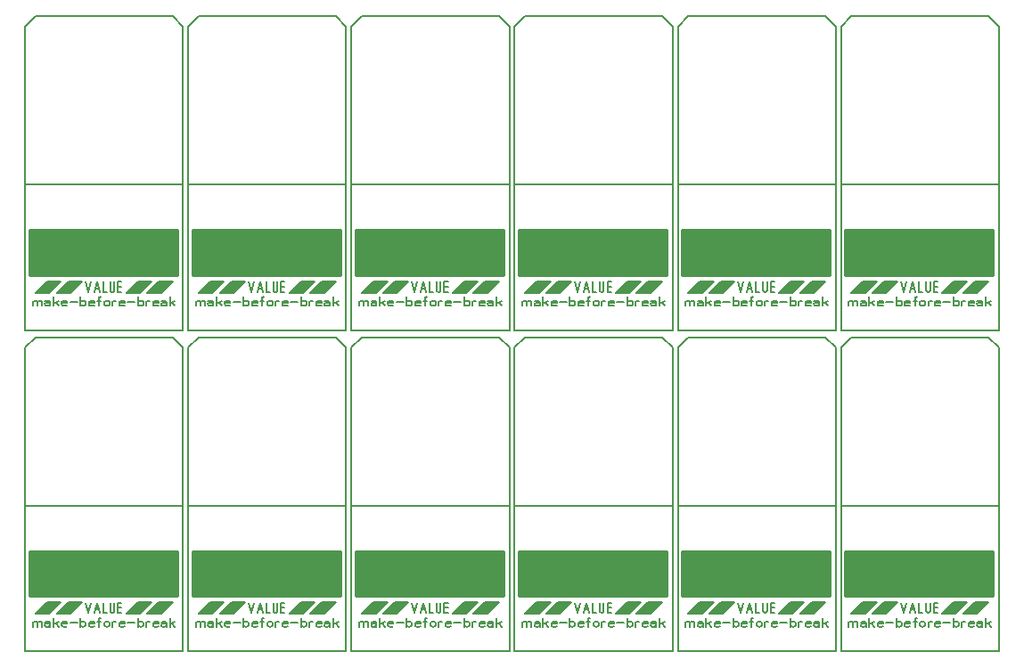
<source format=gbr>
%FSLAX34Y34*%
%MOMM*%
%LNSILK_TOP*%
G71*
G01*
%ADD10C, 0.150*%
%ADD11C, 0.175*%
%ADD12C, 0.300*%
%ADD13C, 0.151*%
%LPD*%
G54D10*
X159000Y-169000D02*
X9000Y-169000D01*
G54D11*
X66319Y-261278D02*
X68764Y-271056D01*
X71208Y-261278D01*
G54D11*
X74630Y-271056D02*
X77074Y-261278D01*
X79519Y-271056D01*
G54D11*
X75608Y-267389D02*
X78541Y-267389D01*
G54D11*
X82941Y-261278D02*
X82941Y-271056D01*
X86363Y-271056D01*
G54D11*
X89785Y-261278D02*
X89785Y-269222D01*
X90274Y-270444D01*
X91252Y-271056D01*
X92230Y-271056D01*
X93207Y-270444D01*
X93696Y-269222D01*
X93696Y-261278D01*
G54D11*
X100540Y-271056D02*
X97118Y-271056D01*
X97118Y-261278D01*
X100540Y-261278D01*
G54D11*
X97118Y-266167D02*
X100540Y-266167D01*
G36*
X13669Y-212919D02*
X153669Y-212919D01*
X153669Y-254919D01*
X13669Y-254919D01*
X13669Y-212919D01*
G37*
G54D12*
X13669Y-212919D02*
X153669Y-212919D01*
X153669Y-254919D01*
X13669Y-254919D01*
X13669Y-212919D01*
G54D10*
X9000Y-19000D02*
X19000Y-9000D01*
X149000Y-9000D01*
X159000Y-19000D01*
X159000Y-307500D01*
X9000Y-307500D01*
X9000Y-19000D01*
G36*
X63000Y-261000D02*
X52000Y-272000D01*
X39000Y-272000D01*
X50000Y-261000D01*
X63000Y-261000D01*
G37*
G54D10*
X63000Y-261000D02*
X52000Y-272000D01*
X39000Y-272000D01*
X50000Y-261000D01*
X63000Y-261000D01*
G36*
X43000Y-261000D02*
X32000Y-272000D01*
X19000Y-272000D01*
X30000Y-261000D01*
X43000Y-261000D01*
G37*
G54D10*
X43000Y-261000D02*
X32000Y-272000D01*
X19000Y-272000D01*
X30000Y-261000D01*
X43000Y-261000D01*
G36*
X129000Y-261000D02*
X118000Y-272000D01*
X105000Y-272000D01*
X116000Y-261000D01*
X129000Y-261000D01*
G37*
G54D10*
X129000Y-261000D02*
X118000Y-272000D01*
X105000Y-272000D01*
X116000Y-261000D01*
X129000Y-261000D01*
G36*
X149000Y-261000D02*
X138000Y-272000D01*
X125000Y-272000D01*
X136000Y-261000D01*
X149000Y-261000D01*
G37*
G54D10*
X149000Y-261000D02*
X138000Y-272000D01*
X125000Y-272000D01*
X136000Y-261000D01*
X149000Y-261000D01*
G54D13*
X16319Y-284056D02*
X16319Y-279306D01*
G54D13*
X16319Y-280150D02*
X18008Y-279306D01*
X19697Y-279622D01*
X20541Y-280361D01*
X20541Y-284056D01*
G54D13*
X20541Y-280150D02*
X22230Y-279306D01*
X23919Y-279622D01*
X24764Y-280361D01*
X24764Y-284056D01*
G54D13*
X27719Y-279833D02*
X29408Y-279306D01*
X31434Y-279306D01*
X32786Y-280361D01*
X32786Y-284056D01*
G54D13*
X32786Y-282472D02*
X31941Y-281417D01*
X30252Y-281206D01*
X28564Y-281417D01*
X27719Y-282472D01*
X28057Y-283528D01*
X29408Y-284056D01*
X30252Y-284056D01*
X30590Y-284056D01*
X31941Y-283528D01*
X32786Y-282472D01*
G54D13*
X35742Y-284056D02*
X35742Y-275611D01*
G54D13*
X38275Y-280889D02*
X40809Y-284056D01*
G54D13*
X35742Y-281944D02*
X40809Y-279306D01*
G54D13*
X48832Y-283528D02*
X47480Y-284056D01*
X45792Y-284056D01*
X44103Y-283528D01*
X43765Y-282472D01*
X43765Y-280678D01*
X44610Y-279622D01*
X46298Y-279306D01*
X47987Y-279622D01*
X48832Y-280361D01*
X48832Y-281417D01*
X43765Y-281417D01*
G54D13*
X51788Y-280361D02*
X58544Y-280361D01*
G54D13*
X61500Y-284056D02*
X61500Y-275611D01*
G54D13*
X61500Y-280678D02*
X62344Y-279622D01*
X64033Y-279306D01*
X65722Y-279622D01*
X66567Y-280678D01*
X66567Y-282789D01*
X65722Y-283844D01*
X64033Y-284056D01*
X62344Y-283844D01*
X61500Y-282789D01*
G54D13*
X74590Y-283528D02*
X73238Y-284056D01*
X71550Y-284056D01*
X69861Y-283528D01*
X69523Y-282472D01*
X69523Y-280678D01*
X70368Y-279622D01*
X72056Y-279306D01*
X73745Y-279622D01*
X74590Y-280361D01*
X74590Y-281417D01*
X69523Y-281417D01*
G54D13*
X79235Y-284056D02*
X79235Y-276139D01*
X80079Y-275611D01*
X80924Y-275928D01*
G54D13*
X77546Y-279306D02*
X80924Y-279306D01*
G54D13*
X88947Y-282789D02*
X88947Y-280678D01*
X88102Y-279622D01*
X86413Y-279306D01*
X84724Y-279622D01*
X83880Y-280678D01*
X83880Y-282789D01*
X84724Y-283844D01*
X86413Y-284056D01*
X88102Y-283844D01*
X88947Y-282789D01*
G54D13*
X91903Y-284056D02*
X91903Y-279306D01*
G54D13*
X91903Y-280361D02*
X93592Y-279306D01*
X95281Y-279306D01*
G54D13*
X103304Y-283528D02*
X101952Y-284056D01*
X100264Y-284056D01*
X98575Y-283528D01*
X98237Y-282472D01*
X98237Y-280678D01*
X99082Y-279622D01*
X100770Y-279306D01*
X102459Y-279622D01*
X103304Y-280361D01*
X103304Y-281417D01*
X98237Y-281417D01*
G54D13*
X106260Y-280361D02*
X113016Y-280361D01*
G54D13*
X115972Y-284056D02*
X115972Y-275611D01*
G54D13*
X115972Y-280678D02*
X116816Y-279622D01*
X118505Y-279306D01*
X120194Y-279622D01*
X121039Y-280678D01*
X121039Y-282789D01*
X120194Y-283844D01*
X118505Y-284056D01*
X116816Y-283844D01*
X115972Y-282789D01*
G54D13*
X123995Y-284056D02*
X123995Y-279306D01*
G54D13*
X123995Y-280361D02*
X125684Y-279306D01*
X127373Y-279306D01*
G54D13*
X135396Y-283528D02*
X134044Y-284056D01*
X132356Y-284056D01*
X130667Y-283528D01*
X130329Y-282472D01*
X130329Y-280678D01*
X131173Y-279622D01*
X132862Y-279306D01*
X134551Y-279622D01*
X135396Y-280361D01*
X135396Y-281417D01*
X130329Y-281417D01*
G54D13*
X138352Y-279833D02*
X140041Y-279306D01*
X142068Y-279306D01*
X143419Y-280361D01*
X143419Y-284056D01*
G54D13*
X143419Y-282472D02*
X142574Y-281417D01*
X140885Y-281206D01*
X139196Y-281417D01*
X138352Y-282472D01*
X138690Y-283528D01*
X140041Y-284056D01*
X140885Y-284056D01*
X141223Y-284056D01*
X142574Y-283528D01*
X143419Y-282472D01*
G54D13*
X146375Y-284056D02*
X146375Y-275611D01*
G54D13*
X148908Y-280889D02*
X151442Y-284056D01*
G54D13*
X146375Y-281944D02*
X151442Y-279306D01*
G54D10*
X314000Y-169000D02*
X164000Y-169000D01*
G54D11*
X221319Y-261278D02*
X223764Y-271056D01*
X226208Y-261278D01*
G54D11*
X229630Y-271056D02*
X232074Y-261278D01*
X234519Y-271056D01*
G54D11*
X230608Y-267389D02*
X233541Y-267389D01*
G54D11*
X237941Y-261278D02*
X237941Y-271056D01*
X241363Y-271056D01*
G54D11*
X244785Y-261278D02*
X244785Y-269222D01*
X245274Y-270444D01*
X246252Y-271056D01*
X247230Y-271056D01*
X248207Y-270444D01*
X248696Y-269222D01*
X248696Y-261278D01*
G54D11*
X255540Y-271056D02*
X252118Y-271056D01*
X252118Y-261278D01*
X255540Y-261278D01*
G54D11*
X252118Y-266167D02*
X255540Y-266167D01*
G36*
X168669Y-212919D02*
X308669Y-212919D01*
X308669Y-254919D01*
X168669Y-254919D01*
X168669Y-212919D01*
G37*
G54D12*
X168669Y-212919D02*
X308669Y-212919D01*
X308669Y-254919D01*
X168669Y-254919D01*
X168669Y-212919D01*
G54D10*
X164000Y-19000D02*
X174000Y-9000D01*
X304000Y-9000D01*
X314000Y-19000D01*
X314000Y-307500D01*
X164000Y-307500D01*
X164000Y-19000D01*
G36*
X218000Y-261000D02*
X207000Y-272000D01*
X194000Y-272000D01*
X205000Y-261000D01*
X218000Y-261000D01*
G37*
G54D10*
X218000Y-261000D02*
X207000Y-272000D01*
X194000Y-272000D01*
X205000Y-261000D01*
X218000Y-261000D01*
G36*
X198000Y-261000D02*
X187000Y-272000D01*
X174000Y-272000D01*
X185000Y-261000D01*
X198000Y-261000D01*
G37*
G54D10*
X198000Y-261000D02*
X187000Y-272000D01*
X174000Y-272000D01*
X185000Y-261000D01*
X198000Y-261000D01*
G36*
X284000Y-261000D02*
X273000Y-272000D01*
X260000Y-272000D01*
X271000Y-261000D01*
X284000Y-261000D01*
G37*
G54D10*
X284000Y-261000D02*
X273000Y-272000D01*
X260000Y-272000D01*
X271000Y-261000D01*
X284000Y-261000D01*
G36*
X304000Y-261000D02*
X293000Y-272000D01*
X280000Y-272000D01*
X291000Y-261000D01*
X304000Y-261000D01*
G37*
G54D10*
X304000Y-261000D02*
X293000Y-272000D01*
X280000Y-272000D01*
X291000Y-261000D01*
X304000Y-261000D01*
G54D13*
X171319Y-284056D02*
X171319Y-279306D01*
G54D13*
X171319Y-280150D02*
X173008Y-279306D01*
X174697Y-279622D01*
X175541Y-280361D01*
X175541Y-284056D01*
G54D13*
X175541Y-280150D02*
X177230Y-279306D01*
X178919Y-279622D01*
X179764Y-280361D01*
X179764Y-284056D01*
G54D13*
X182719Y-279833D02*
X184408Y-279306D01*
X186434Y-279306D01*
X187786Y-280361D01*
X187786Y-284056D01*
G54D13*
X187786Y-282472D02*
X186941Y-281417D01*
X185252Y-281206D01*
X183564Y-281417D01*
X182719Y-282472D01*
X183057Y-283528D01*
X184408Y-284056D01*
X185252Y-284056D01*
X185590Y-284056D01*
X186941Y-283528D01*
X187786Y-282472D01*
G54D13*
X190742Y-284056D02*
X190742Y-275611D01*
G54D13*
X193275Y-280889D02*
X195809Y-284056D01*
G54D13*
X190742Y-281944D02*
X195809Y-279306D01*
G54D13*
X203832Y-283528D02*
X202480Y-284056D01*
X200792Y-284056D01*
X199103Y-283528D01*
X198765Y-282472D01*
X198765Y-280678D01*
X199610Y-279622D01*
X201298Y-279306D01*
X202987Y-279622D01*
X203832Y-280361D01*
X203832Y-281417D01*
X198765Y-281417D01*
G54D13*
X206788Y-280361D02*
X213544Y-280361D01*
G54D13*
X216500Y-284056D02*
X216500Y-275611D01*
G54D13*
X216500Y-280678D02*
X217344Y-279622D01*
X219033Y-279306D01*
X220722Y-279622D01*
X221567Y-280678D01*
X221567Y-282789D01*
X220722Y-283844D01*
X219033Y-284056D01*
X217344Y-283844D01*
X216500Y-282789D01*
G54D13*
X229590Y-283528D02*
X228238Y-284056D01*
X226550Y-284056D01*
X224861Y-283528D01*
X224523Y-282472D01*
X224523Y-280678D01*
X225368Y-279622D01*
X227056Y-279306D01*
X228745Y-279622D01*
X229590Y-280361D01*
X229590Y-281417D01*
X224523Y-281417D01*
G54D13*
X234235Y-284056D02*
X234235Y-276139D01*
X235079Y-275611D01*
X235924Y-275928D01*
G54D13*
X232546Y-279306D02*
X235924Y-279306D01*
G54D13*
X243947Y-282789D02*
X243947Y-280678D01*
X243102Y-279622D01*
X241413Y-279306D01*
X239724Y-279622D01*
X238880Y-280678D01*
X238880Y-282789D01*
X239724Y-283844D01*
X241413Y-284056D01*
X243102Y-283844D01*
X243947Y-282789D01*
G54D13*
X246903Y-284056D02*
X246903Y-279306D01*
G54D13*
X246903Y-280361D02*
X248592Y-279306D01*
X250281Y-279306D01*
G54D13*
X258304Y-283528D02*
X256952Y-284056D01*
X255264Y-284056D01*
X253575Y-283528D01*
X253237Y-282472D01*
X253237Y-280678D01*
X254082Y-279622D01*
X255770Y-279306D01*
X257459Y-279622D01*
X258304Y-280361D01*
X258304Y-281417D01*
X253237Y-281417D01*
G54D13*
X261260Y-280361D02*
X268016Y-280361D01*
G54D13*
X270972Y-284056D02*
X270972Y-275611D01*
G54D13*
X270972Y-280678D02*
X271816Y-279622D01*
X273505Y-279306D01*
X275194Y-279622D01*
X276039Y-280678D01*
X276039Y-282789D01*
X275194Y-283844D01*
X273505Y-284056D01*
X271816Y-283844D01*
X270972Y-282789D01*
G54D13*
X278995Y-284056D02*
X278995Y-279306D01*
G54D13*
X278995Y-280361D02*
X280684Y-279306D01*
X282373Y-279306D01*
G54D13*
X290396Y-283528D02*
X289044Y-284056D01*
X287356Y-284056D01*
X285667Y-283528D01*
X285329Y-282472D01*
X285329Y-280678D01*
X286173Y-279622D01*
X287862Y-279306D01*
X289551Y-279622D01*
X290396Y-280361D01*
X290396Y-281417D01*
X285329Y-281417D01*
G54D13*
X293352Y-279833D02*
X295041Y-279306D01*
X297068Y-279306D01*
X298419Y-280361D01*
X298419Y-284056D01*
G54D13*
X298419Y-282472D02*
X297574Y-281417D01*
X295885Y-281206D01*
X294196Y-281417D01*
X293352Y-282472D01*
X293690Y-283528D01*
X295041Y-284056D01*
X295885Y-284056D01*
X296223Y-284056D01*
X297574Y-283528D01*
X298419Y-282472D01*
G54D13*
X301375Y-284056D02*
X301375Y-275611D01*
G54D13*
X303908Y-280889D02*
X306442Y-284056D01*
G54D13*
X301375Y-281944D02*
X306442Y-279306D01*
G54D10*
X469000Y-169000D02*
X319000Y-169000D01*
G54D11*
X376319Y-261278D02*
X378764Y-271056D01*
X381208Y-261278D01*
G54D11*
X384630Y-271056D02*
X387074Y-261278D01*
X389519Y-271056D01*
G54D11*
X385608Y-267389D02*
X388541Y-267389D01*
G54D11*
X392941Y-261278D02*
X392941Y-271056D01*
X396363Y-271056D01*
G54D11*
X399785Y-261278D02*
X399785Y-269222D01*
X400274Y-270444D01*
X401252Y-271056D01*
X402230Y-271056D01*
X403207Y-270444D01*
X403696Y-269222D01*
X403696Y-261278D01*
G54D11*
X410540Y-271056D02*
X407118Y-271056D01*
X407118Y-261278D01*
X410540Y-261278D01*
G54D11*
X407118Y-266167D02*
X410540Y-266167D01*
G36*
X323669Y-212919D02*
X463669Y-212919D01*
X463669Y-254919D01*
X323669Y-254919D01*
X323669Y-212919D01*
G37*
G54D12*
X323669Y-212919D02*
X463669Y-212919D01*
X463669Y-254919D01*
X323669Y-254919D01*
X323669Y-212919D01*
G54D10*
X319000Y-19000D02*
X329000Y-9000D01*
X459000Y-9000D01*
X469000Y-19000D01*
X469000Y-307500D01*
X319000Y-307500D01*
X319000Y-19000D01*
G36*
X373000Y-261000D02*
X362000Y-272000D01*
X349000Y-272000D01*
X360000Y-261000D01*
X373000Y-261000D01*
G37*
G54D10*
X373000Y-261000D02*
X362000Y-272000D01*
X349000Y-272000D01*
X360000Y-261000D01*
X373000Y-261000D01*
G36*
X353000Y-261000D02*
X342000Y-272000D01*
X329000Y-272000D01*
X340000Y-261000D01*
X353000Y-261000D01*
G37*
G54D10*
X353000Y-261000D02*
X342000Y-272000D01*
X329000Y-272000D01*
X340000Y-261000D01*
X353000Y-261000D01*
G36*
X439000Y-261000D02*
X428000Y-272000D01*
X415000Y-272000D01*
X426000Y-261000D01*
X439000Y-261000D01*
G37*
G54D10*
X439000Y-261000D02*
X428000Y-272000D01*
X415000Y-272000D01*
X426000Y-261000D01*
X439000Y-261000D01*
G36*
X459000Y-261000D02*
X448000Y-272000D01*
X435000Y-272000D01*
X446000Y-261000D01*
X459000Y-261000D01*
G37*
G54D10*
X459000Y-261000D02*
X448000Y-272000D01*
X435000Y-272000D01*
X446000Y-261000D01*
X459000Y-261000D01*
G54D13*
X326319Y-284056D02*
X326319Y-279306D01*
G54D13*
X326319Y-280150D02*
X328008Y-279306D01*
X329697Y-279622D01*
X330541Y-280361D01*
X330541Y-284056D01*
G54D13*
X330541Y-280150D02*
X332230Y-279306D01*
X333919Y-279622D01*
X334764Y-280361D01*
X334764Y-284056D01*
G54D13*
X337719Y-279833D02*
X339408Y-279306D01*
X341434Y-279306D01*
X342786Y-280361D01*
X342786Y-284056D01*
G54D13*
X342786Y-282472D02*
X341941Y-281417D01*
X340252Y-281206D01*
X338564Y-281417D01*
X337719Y-282472D01*
X338057Y-283528D01*
X339408Y-284056D01*
X340252Y-284056D01*
X340590Y-284056D01*
X341941Y-283528D01*
X342786Y-282472D01*
G54D13*
X345742Y-284056D02*
X345742Y-275611D01*
G54D13*
X348275Y-280889D02*
X350809Y-284056D01*
G54D13*
X345742Y-281944D02*
X350809Y-279306D01*
G54D13*
X358832Y-283528D02*
X357480Y-284056D01*
X355792Y-284056D01*
X354103Y-283528D01*
X353765Y-282472D01*
X353765Y-280678D01*
X354610Y-279622D01*
X356298Y-279306D01*
X357987Y-279622D01*
X358832Y-280361D01*
X358832Y-281417D01*
X353765Y-281417D01*
G54D13*
X361788Y-280361D02*
X368544Y-280361D01*
G54D13*
X371500Y-284056D02*
X371500Y-275611D01*
G54D13*
X371500Y-280678D02*
X372344Y-279622D01*
X374033Y-279306D01*
X375722Y-279622D01*
X376567Y-280678D01*
X376567Y-282789D01*
X375722Y-283844D01*
X374033Y-284056D01*
X372344Y-283844D01*
X371500Y-282789D01*
G54D13*
X384590Y-283528D02*
X383238Y-284056D01*
X381550Y-284056D01*
X379861Y-283528D01*
X379523Y-282472D01*
X379523Y-280678D01*
X380368Y-279622D01*
X382056Y-279306D01*
X383745Y-279622D01*
X384590Y-280361D01*
X384590Y-281417D01*
X379523Y-281417D01*
G54D13*
X389235Y-284056D02*
X389235Y-276139D01*
X390079Y-275611D01*
X390924Y-275928D01*
G54D13*
X387546Y-279306D02*
X390924Y-279306D01*
G54D13*
X398947Y-282789D02*
X398947Y-280678D01*
X398102Y-279622D01*
X396413Y-279306D01*
X394724Y-279622D01*
X393880Y-280678D01*
X393880Y-282789D01*
X394724Y-283844D01*
X396413Y-284056D01*
X398102Y-283844D01*
X398947Y-282789D01*
G54D13*
X401903Y-284056D02*
X401903Y-279306D01*
G54D13*
X401903Y-280361D02*
X403592Y-279306D01*
X405281Y-279306D01*
G54D13*
X413304Y-283528D02*
X411952Y-284056D01*
X410264Y-284056D01*
X408575Y-283528D01*
X408237Y-282472D01*
X408237Y-280678D01*
X409082Y-279622D01*
X410770Y-279306D01*
X412459Y-279622D01*
X413304Y-280361D01*
X413304Y-281417D01*
X408237Y-281417D01*
G54D13*
X416260Y-280361D02*
X423016Y-280361D01*
G54D13*
X425972Y-284056D02*
X425972Y-275611D01*
G54D13*
X425972Y-280678D02*
X426816Y-279622D01*
X428505Y-279306D01*
X430194Y-279622D01*
X431039Y-280678D01*
X431039Y-282789D01*
X430194Y-283844D01*
X428505Y-284056D01*
X426816Y-283844D01*
X425972Y-282789D01*
G54D13*
X433995Y-284056D02*
X433995Y-279306D01*
G54D13*
X433995Y-280361D02*
X435684Y-279306D01*
X437373Y-279306D01*
G54D13*
X445396Y-283528D02*
X444044Y-284056D01*
X442356Y-284056D01*
X440667Y-283528D01*
X440329Y-282472D01*
X440329Y-280678D01*
X441173Y-279622D01*
X442862Y-279306D01*
X444551Y-279622D01*
X445396Y-280361D01*
X445396Y-281417D01*
X440329Y-281417D01*
G54D13*
X448352Y-279833D02*
X450041Y-279306D01*
X452068Y-279306D01*
X453419Y-280361D01*
X453419Y-284056D01*
G54D13*
X453419Y-282472D02*
X452574Y-281417D01*
X450885Y-281206D01*
X449196Y-281417D01*
X448352Y-282472D01*
X448690Y-283528D01*
X450041Y-284056D01*
X450885Y-284056D01*
X451223Y-284056D01*
X452574Y-283528D01*
X453419Y-282472D01*
G54D13*
X456375Y-284056D02*
X456375Y-275611D01*
G54D13*
X458908Y-280889D02*
X461442Y-284056D01*
G54D13*
X456375Y-281944D02*
X461442Y-279306D01*
G54D10*
X624000Y-169000D02*
X474000Y-169000D01*
G54D11*
X531319Y-261278D02*
X533764Y-271056D01*
X536208Y-261278D01*
G54D11*
X539630Y-271056D02*
X542074Y-261278D01*
X544519Y-271056D01*
G54D11*
X540608Y-267389D02*
X543541Y-267389D01*
G54D11*
X547941Y-261278D02*
X547941Y-271056D01*
X551363Y-271056D01*
G54D11*
X554785Y-261278D02*
X554785Y-269222D01*
X555274Y-270444D01*
X556252Y-271056D01*
X557230Y-271056D01*
X558207Y-270444D01*
X558696Y-269222D01*
X558696Y-261278D01*
G54D11*
X565540Y-271056D02*
X562118Y-271056D01*
X562118Y-261278D01*
X565540Y-261278D01*
G54D11*
X562118Y-266167D02*
X565540Y-266167D01*
G36*
X478669Y-212919D02*
X618669Y-212919D01*
X618669Y-254919D01*
X478669Y-254919D01*
X478669Y-212919D01*
G37*
G54D12*
X478669Y-212919D02*
X618669Y-212919D01*
X618669Y-254919D01*
X478669Y-254919D01*
X478669Y-212919D01*
G54D10*
X474000Y-19000D02*
X484000Y-9000D01*
X614000Y-9000D01*
X624000Y-19000D01*
X624000Y-307500D01*
X474000Y-307500D01*
X474000Y-19000D01*
G36*
X528000Y-261000D02*
X517000Y-272000D01*
X504000Y-272000D01*
X515000Y-261000D01*
X528000Y-261000D01*
G37*
G54D10*
X528000Y-261000D02*
X517000Y-272000D01*
X504000Y-272000D01*
X515000Y-261000D01*
X528000Y-261000D01*
G36*
X508000Y-261000D02*
X497000Y-272000D01*
X484000Y-272000D01*
X495000Y-261000D01*
X508000Y-261000D01*
G37*
G54D10*
X508000Y-261000D02*
X497000Y-272000D01*
X484000Y-272000D01*
X495000Y-261000D01*
X508000Y-261000D01*
G36*
X594000Y-261000D02*
X583000Y-272000D01*
X570000Y-272000D01*
X581000Y-261000D01*
X594000Y-261000D01*
G37*
G54D10*
X594000Y-261000D02*
X583000Y-272000D01*
X570000Y-272000D01*
X581000Y-261000D01*
X594000Y-261000D01*
G36*
X614000Y-261000D02*
X603000Y-272000D01*
X590000Y-272000D01*
X601000Y-261000D01*
X614000Y-261000D01*
G37*
G54D10*
X614000Y-261000D02*
X603000Y-272000D01*
X590000Y-272000D01*
X601000Y-261000D01*
X614000Y-261000D01*
G54D13*
X481319Y-284056D02*
X481319Y-279306D01*
G54D13*
X481319Y-280150D02*
X483008Y-279306D01*
X484697Y-279622D01*
X485541Y-280361D01*
X485541Y-284056D01*
G54D13*
X485541Y-280150D02*
X487230Y-279306D01*
X488919Y-279622D01*
X489764Y-280361D01*
X489764Y-284056D01*
G54D13*
X492719Y-279833D02*
X494408Y-279306D01*
X496434Y-279306D01*
X497786Y-280361D01*
X497786Y-284056D01*
G54D13*
X497786Y-282472D02*
X496941Y-281417D01*
X495252Y-281206D01*
X493564Y-281417D01*
X492719Y-282472D01*
X493057Y-283528D01*
X494408Y-284056D01*
X495252Y-284056D01*
X495590Y-284056D01*
X496941Y-283528D01*
X497786Y-282472D01*
G54D13*
X500742Y-284056D02*
X500742Y-275611D01*
G54D13*
X503275Y-280889D02*
X505809Y-284056D01*
G54D13*
X500742Y-281944D02*
X505809Y-279306D01*
G54D13*
X513832Y-283528D02*
X512480Y-284056D01*
X510792Y-284056D01*
X509103Y-283528D01*
X508765Y-282472D01*
X508765Y-280678D01*
X509610Y-279622D01*
X511298Y-279306D01*
X512987Y-279622D01*
X513832Y-280361D01*
X513832Y-281417D01*
X508765Y-281417D01*
G54D13*
X516788Y-280361D02*
X523544Y-280361D01*
G54D13*
X526500Y-284056D02*
X526500Y-275611D01*
G54D13*
X526500Y-280678D02*
X527344Y-279622D01*
X529033Y-279306D01*
X530722Y-279622D01*
X531567Y-280678D01*
X531567Y-282789D01*
X530722Y-283844D01*
X529033Y-284056D01*
X527344Y-283844D01*
X526500Y-282789D01*
G54D13*
X539590Y-283528D02*
X538238Y-284056D01*
X536550Y-284056D01*
X534861Y-283528D01*
X534523Y-282472D01*
X534523Y-280678D01*
X535368Y-279622D01*
X537056Y-279306D01*
X538745Y-279622D01*
X539590Y-280361D01*
X539590Y-281417D01*
X534523Y-281417D01*
G54D13*
X544235Y-284056D02*
X544235Y-276139D01*
X545079Y-275611D01*
X545924Y-275928D01*
G54D13*
X542546Y-279306D02*
X545924Y-279306D01*
G54D13*
X553947Y-282789D02*
X553947Y-280678D01*
X553102Y-279622D01*
X551413Y-279306D01*
X549724Y-279622D01*
X548880Y-280678D01*
X548880Y-282789D01*
X549724Y-283844D01*
X551413Y-284056D01*
X553102Y-283844D01*
X553947Y-282789D01*
G54D13*
X556903Y-284056D02*
X556903Y-279306D01*
G54D13*
X556903Y-280361D02*
X558592Y-279306D01*
X560281Y-279306D01*
G54D13*
X568304Y-283528D02*
X566953Y-284056D01*
X565264Y-284056D01*
X563575Y-283528D01*
X563237Y-282472D01*
X563237Y-280678D01*
X564081Y-279622D01*
X565770Y-279306D01*
X567459Y-279622D01*
X568304Y-280361D01*
X568304Y-281417D01*
X563237Y-281417D01*
G54D13*
X571260Y-280361D02*
X578016Y-280361D01*
G54D13*
X580972Y-284056D02*
X580972Y-275611D01*
G54D13*
X580972Y-280678D02*
X581816Y-279622D01*
X583505Y-279306D01*
X585194Y-279622D01*
X586039Y-280678D01*
X586039Y-282789D01*
X585194Y-283844D01*
X583505Y-284056D01*
X581816Y-283844D01*
X580972Y-282789D01*
G54D13*
X588995Y-284056D02*
X588995Y-279306D01*
G54D13*
X588995Y-280361D02*
X590684Y-279306D01*
X592373Y-279306D01*
G54D13*
X600396Y-283528D02*
X599044Y-284056D01*
X597356Y-284056D01*
X595667Y-283528D01*
X595329Y-282472D01*
X595329Y-280678D01*
X596173Y-279622D01*
X597862Y-279306D01*
X599551Y-279622D01*
X600396Y-280361D01*
X600396Y-281417D01*
X595329Y-281417D01*
G54D13*
X603352Y-279833D02*
X605041Y-279306D01*
X607068Y-279306D01*
X608419Y-280361D01*
X608419Y-284056D01*
G54D13*
X608419Y-282472D02*
X607574Y-281417D01*
X605885Y-281206D01*
X604196Y-281417D01*
X603352Y-282472D01*
X603690Y-283528D01*
X605041Y-284056D01*
X605885Y-284056D01*
X606223Y-284056D01*
X607574Y-283528D01*
X608419Y-282472D01*
G54D13*
X611375Y-284056D02*
X611375Y-275611D01*
G54D13*
X613908Y-280889D02*
X616442Y-284056D01*
G54D13*
X611375Y-281944D02*
X616442Y-279306D01*
G54D10*
X779000Y-169000D02*
X629000Y-169000D01*
G54D11*
X686319Y-261278D02*
X688764Y-271056D01*
X691208Y-261278D01*
G54D11*
X694630Y-271056D02*
X697074Y-261278D01*
X699519Y-271056D01*
G54D11*
X695608Y-267389D02*
X698541Y-267389D01*
G54D11*
X702941Y-261278D02*
X702941Y-271056D01*
X706363Y-271056D01*
G54D11*
X709785Y-261278D02*
X709785Y-269222D01*
X710274Y-270444D01*
X711252Y-271056D01*
X712230Y-271056D01*
X713207Y-270444D01*
X713696Y-269222D01*
X713696Y-261278D01*
G54D11*
X720540Y-271056D02*
X717118Y-271056D01*
X717118Y-261278D01*
X720540Y-261278D01*
G54D11*
X717118Y-266167D02*
X720540Y-266167D01*
G36*
X633669Y-212919D02*
X773669Y-212919D01*
X773669Y-254919D01*
X633669Y-254919D01*
X633669Y-212919D01*
G37*
G54D12*
X633669Y-212919D02*
X773669Y-212919D01*
X773669Y-254919D01*
X633669Y-254919D01*
X633669Y-212919D01*
G54D10*
X629000Y-19000D02*
X639000Y-9000D01*
X769000Y-9000D01*
X779000Y-19000D01*
X779000Y-307500D01*
X629000Y-307500D01*
X629000Y-19000D01*
G36*
X683000Y-261000D02*
X672000Y-272000D01*
X659000Y-272000D01*
X670000Y-261000D01*
X683000Y-261000D01*
G37*
G54D10*
X683000Y-261000D02*
X672000Y-272000D01*
X659000Y-272000D01*
X670000Y-261000D01*
X683000Y-261000D01*
G36*
X663000Y-261000D02*
X652000Y-272000D01*
X639000Y-272000D01*
X650000Y-261000D01*
X663000Y-261000D01*
G37*
G54D10*
X663000Y-261000D02*
X652000Y-272000D01*
X639000Y-272000D01*
X650000Y-261000D01*
X663000Y-261000D01*
G36*
X749000Y-261000D02*
X738000Y-272000D01*
X725000Y-272000D01*
X736000Y-261000D01*
X749000Y-261000D01*
G37*
G54D10*
X749000Y-261000D02*
X738000Y-272000D01*
X725000Y-272000D01*
X736000Y-261000D01*
X749000Y-261000D01*
G36*
X769000Y-261000D02*
X758000Y-272000D01*
X745000Y-272000D01*
X756000Y-261000D01*
X769000Y-261000D01*
G37*
G54D10*
X769000Y-261000D02*
X758000Y-272000D01*
X745000Y-272000D01*
X756000Y-261000D01*
X769000Y-261000D01*
G54D13*
X636319Y-284056D02*
X636319Y-279306D01*
G54D13*
X636319Y-280150D02*
X638008Y-279306D01*
X639697Y-279622D01*
X640541Y-280361D01*
X640541Y-284056D01*
G54D13*
X640541Y-280150D02*
X642230Y-279306D01*
X643919Y-279622D01*
X644763Y-280361D01*
X644763Y-284056D01*
G54D13*
X647719Y-279833D02*
X649408Y-279306D01*
X651435Y-279306D01*
X652786Y-280361D01*
X652786Y-284056D01*
G54D13*
X652786Y-282472D02*
X651941Y-281417D01*
X650252Y-281206D01*
X648563Y-281417D01*
X647719Y-282472D01*
X648057Y-283528D01*
X649408Y-284056D01*
X650252Y-284056D01*
X650590Y-284056D01*
X651941Y-283528D01*
X652786Y-282472D01*
G54D13*
X655742Y-284056D02*
X655742Y-275611D01*
G54D13*
X658275Y-280889D02*
X660809Y-284056D01*
G54D13*
X655742Y-281944D02*
X660809Y-279306D01*
G54D13*
X668832Y-283528D02*
X667481Y-284056D01*
X665792Y-284056D01*
X664103Y-283528D01*
X663765Y-282472D01*
X663765Y-280678D01*
X664609Y-279622D01*
X666298Y-279306D01*
X667987Y-279622D01*
X668832Y-280361D01*
X668832Y-281417D01*
X663765Y-281417D01*
G54D13*
X671788Y-280361D02*
X678544Y-280361D01*
G54D13*
X681500Y-284056D02*
X681500Y-275611D01*
G54D13*
X681500Y-280678D02*
X682344Y-279622D01*
X684033Y-279306D01*
X685722Y-279622D01*
X686567Y-280678D01*
X686567Y-282789D01*
X685722Y-283844D01*
X684033Y-284056D01*
X682344Y-283844D01*
X681500Y-282789D01*
G54D13*
X694590Y-283528D02*
X693239Y-284056D01*
X691550Y-284056D01*
X689861Y-283528D01*
X689523Y-282472D01*
X689523Y-280678D01*
X690367Y-279622D01*
X692056Y-279306D01*
X693745Y-279622D01*
X694590Y-280361D01*
X694590Y-281417D01*
X689523Y-281417D01*
G54D13*
X699235Y-284056D02*
X699235Y-276139D01*
X700079Y-275611D01*
X700924Y-275928D01*
G54D13*
X697546Y-279306D02*
X700924Y-279306D01*
G54D13*
X708947Y-282789D02*
X708947Y-280678D01*
X708102Y-279622D01*
X706413Y-279306D01*
X704724Y-279622D01*
X703880Y-280678D01*
X703880Y-282789D01*
X704724Y-283844D01*
X706413Y-284056D01*
X708102Y-283844D01*
X708947Y-282789D01*
G54D13*
X711903Y-284056D02*
X711903Y-279306D01*
G54D13*
X711903Y-280361D02*
X713592Y-279306D01*
X715281Y-279306D01*
G54D13*
X723304Y-283528D02*
X721953Y-284056D01*
X720264Y-284056D01*
X718575Y-283528D01*
X718237Y-282472D01*
X718237Y-280678D01*
X719081Y-279622D01*
X720770Y-279306D01*
X722459Y-279622D01*
X723304Y-280361D01*
X723304Y-281417D01*
X718237Y-281417D01*
G54D13*
X726260Y-280361D02*
X733016Y-280361D01*
G54D13*
X735972Y-284056D02*
X735972Y-275611D01*
G54D13*
X735972Y-280678D02*
X736816Y-279622D01*
X738505Y-279306D01*
X740194Y-279622D01*
X741039Y-280678D01*
X741039Y-282789D01*
X740194Y-283844D01*
X738505Y-284056D01*
X736816Y-283844D01*
X735972Y-282789D01*
G54D13*
X743995Y-284056D02*
X743995Y-279306D01*
G54D13*
X743995Y-280361D02*
X745684Y-279306D01*
X747373Y-279306D01*
G54D13*
X755396Y-283528D02*
X754044Y-284056D01*
X752356Y-284056D01*
X750667Y-283528D01*
X750329Y-282472D01*
X750329Y-280678D01*
X751173Y-279622D01*
X752862Y-279306D01*
X754551Y-279622D01*
X755396Y-280361D01*
X755396Y-281417D01*
X750329Y-281417D01*
G54D13*
X758352Y-279833D02*
X760041Y-279306D01*
X762068Y-279306D01*
X763419Y-280361D01*
X763419Y-284056D01*
G54D13*
X763419Y-282472D02*
X762574Y-281417D01*
X760885Y-281206D01*
X759196Y-281417D01*
X758352Y-282472D01*
X758690Y-283528D01*
X760041Y-284056D01*
X760885Y-284056D01*
X761223Y-284056D01*
X762574Y-283528D01*
X763419Y-282472D01*
G54D13*
X766375Y-284056D02*
X766375Y-275611D01*
G54D13*
X768908Y-280889D02*
X771442Y-284056D01*
G54D13*
X766375Y-281944D02*
X771442Y-279306D01*
G54D10*
X934000Y-169000D02*
X784000Y-169000D01*
G54D11*
X841319Y-261278D02*
X843764Y-271056D01*
X846208Y-261278D01*
G54D11*
X849630Y-271056D02*
X852074Y-261278D01*
X854519Y-271056D01*
G54D11*
X850608Y-267389D02*
X853541Y-267389D01*
G54D11*
X857941Y-261278D02*
X857941Y-271056D01*
X861363Y-271056D01*
G54D11*
X864785Y-261278D02*
X864785Y-269222D01*
X865274Y-270444D01*
X866252Y-271056D01*
X867230Y-271056D01*
X868207Y-270444D01*
X868696Y-269222D01*
X868696Y-261278D01*
G54D11*
X875540Y-271056D02*
X872118Y-271056D01*
X872118Y-261278D01*
X875540Y-261278D01*
G54D11*
X872118Y-266167D02*
X875540Y-266167D01*
G36*
X788669Y-212919D02*
X928669Y-212919D01*
X928669Y-254919D01*
X788669Y-254919D01*
X788669Y-212919D01*
G37*
G54D12*
X788669Y-212919D02*
X928669Y-212919D01*
X928669Y-254919D01*
X788669Y-254919D01*
X788669Y-212919D01*
G54D10*
X784000Y-19000D02*
X794000Y-9000D01*
X924000Y-9000D01*
X934000Y-19000D01*
X934000Y-307500D01*
X784000Y-307500D01*
X784000Y-19000D01*
G36*
X838000Y-261000D02*
X827000Y-272000D01*
X814000Y-272000D01*
X825000Y-261000D01*
X838000Y-261000D01*
G37*
G54D10*
X838000Y-261000D02*
X827000Y-272000D01*
X814000Y-272000D01*
X825000Y-261000D01*
X838000Y-261000D01*
G36*
X818000Y-261000D02*
X807000Y-272000D01*
X794000Y-272000D01*
X805000Y-261000D01*
X818000Y-261000D01*
G37*
G54D10*
X818000Y-261000D02*
X807000Y-272000D01*
X794000Y-272000D01*
X805000Y-261000D01*
X818000Y-261000D01*
G36*
X904000Y-261000D02*
X893000Y-272000D01*
X880000Y-272000D01*
X891000Y-261000D01*
X904000Y-261000D01*
G37*
G54D10*
X904000Y-261000D02*
X893000Y-272000D01*
X880000Y-272000D01*
X891000Y-261000D01*
X904000Y-261000D01*
G36*
X924000Y-261000D02*
X913000Y-272000D01*
X900000Y-272000D01*
X911000Y-261000D01*
X924000Y-261000D01*
G37*
G54D10*
X924000Y-261000D02*
X913000Y-272000D01*
X900000Y-272000D01*
X911000Y-261000D01*
X924000Y-261000D01*
G54D13*
X791319Y-284056D02*
X791319Y-279306D01*
G54D13*
X791319Y-280150D02*
X793008Y-279306D01*
X794697Y-279622D01*
X795541Y-280361D01*
X795541Y-284056D01*
G54D13*
X795541Y-280150D02*
X797230Y-279306D01*
X798919Y-279622D01*
X799763Y-280361D01*
X799763Y-284056D01*
G54D13*
X802719Y-279833D02*
X804408Y-279306D01*
X806435Y-279306D01*
X807786Y-280361D01*
X807786Y-284056D01*
G54D13*
X807786Y-282472D02*
X806941Y-281417D01*
X805252Y-281206D01*
X803563Y-281417D01*
X802719Y-282472D01*
X803057Y-283528D01*
X804408Y-284056D01*
X805252Y-284056D01*
X805590Y-284056D01*
X806941Y-283528D01*
X807786Y-282472D01*
G54D13*
X810742Y-284056D02*
X810742Y-275611D01*
G54D13*
X813275Y-280889D02*
X815809Y-284056D01*
G54D13*
X810742Y-281944D02*
X815809Y-279306D01*
G54D13*
X823832Y-283528D02*
X822481Y-284056D01*
X820792Y-284056D01*
X819103Y-283528D01*
X818765Y-282472D01*
X818765Y-280678D01*
X819609Y-279622D01*
X821298Y-279306D01*
X822987Y-279622D01*
X823832Y-280361D01*
X823832Y-281417D01*
X818765Y-281417D01*
G54D13*
X826788Y-280361D02*
X833544Y-280361D01*
G54D13*
X836500Y-284056D02*
X836500Y-275611D01*
G54D13*
X836500Y-280678D02*
X837344Y-279622D01*
X839033Y-279306D01*
X840722Y-279622D01*
X841567Y-280678D01*
X841567Y-282789D01*
X840722Y-283844D01*
X839033Y-284056D01*
X837344Y-283844D01*
X836500Y-282789D01*
G54D13*
X849590Y-283528D02*
X848239Y-284056D01*
X846550Y-284056D01*
X844861Y-283528D01*
X844523Y-282472D01*
X844523Y-280678D01*
X845367Y-279622D01*
X847056Y-279306D01*
X848745Y-279622D01*
X849590Y-280361D01*
X849590Y-281417D01*
X844523Y-281417D01*
G54D13*
X854235Y-284056D02*
X854235Y-276139D01*
X855079Y-275611D01*
X855924Y-275928D01*
G54D13*
X852546Y-279306D02*
X855924Y-279306D01*
G54D13*
X863947Y-282789D02*
X863947Y-280678D01*
X863102Y-279622D01*
X861413Y-279306D01*
X859724Y-279622D01*
X858880Y-280678D01*
X858880Y-282789D01*
X859724Y-283844D01*
X861413Y-284056D01*
X863102Y-283844D01*
X863947Y-282789D01*
G54D13*
X866903Y-284056D02*
X866903Y-279306D01*
G54D13*
X866903Y-280361D02*
X868592Y-279306D01*
X870281Y-279306D01*
G54D13*
X878304Y-283528D02*
X876953Y-284056D01*
X875264Y-284056D01*
X873575Y-283528D01*
X873237Y-282472D01*
X873237Y-280678D01*
X874081Y-279622D01*
X875770Y-279306D01*
X877459Y-279622D01*
X878304Y-280361D01*
X878304Y-281417D01*
X873237Y-281417D01*
G54D13*
X881260Y-280361D02*
X888016Y-280361D01*
G54D13*
X890972Y-284056D02*
X890972Y-275611D01*
G54D13*
X890972Y-280678D02*
X891816Y-279622D01*
X893505Y-279306D01*
X895194Y-279622D01*
X896039Y-280678D01*
X896039Y-282789D01*
X895194Y-283844D01*
X893505Y-284056D01*
X891816Y-283844D01*
X890972Y-282789D01*
G54D13*
X898995Y-284056D02*
X898995Y-279306D01*
G54D13*
X898995Y-280361D02*
X900684Y-279306D01*
X902373Y-279306D01*
G54D13*
X910396Y-283528D02*
X909044Y-284056D01*
X907356Y-284056D01*
X905667Y-283528D01*
X905329Y-282472D01*
X905329Y-280678D01*
X906173Y-279622D01*
X907862Y-279306D01*
X909551Y-279622D01*
X910396Y-280361D01*
X910396Y-281417D01*
X905329Y-281417D01*
G54D13*
X913352Y-279833D02*
X915041Y-279306D01*
X917068Y-279306D01*
X918419Y-280361D01*
X918419Y-284056D01*
G54D13*
X918419Y-282472D02*
X917574Y-281417D01*
X915885Y-281206D01*
X914196Y-281417D01*
X913352Y-282472D01*
X913690Y-283528D01*
X915041Y-284056D01*
X915885Y-284056D01*
X916223Y-284056D01*
X917574Y-283528D01*
X918419Y-282472D01*
G54D13*
X921375Y-284056D02*
X921375Y-275611D01*
G54D13*
X923908Y-280889D02*
X926442Y-284056D01*
G54D13*
X921375Y-281944D02*
X926442Y-279306D01*
G54D10*
X159000Y-474000D02*
X9000Y-474000D01*
G54D11*
X66319Y-566278D02*
X68764Y-576056D01*
X71208Y-566278D01*
G54D11*
X74630Y-576056D02*
X77074Y-566278D01*
X79519Y-576056D01*
G54D11*
X75608Y-572389D02*
X78541Y-572389D01*
G54D11*
X82941Y-566278D02*
X82941Y-576056D01*
X86363Y-576056D01*
G54D11*
X89785Y-566278D02*
X89785Y-574222D01*
X90274Y-575444D01*
X91252Y-576056D01*
X92230Y-576056D01*
X93207Y-575444D01*
X93696Y-574222D01*
X93696Y-566278D01*
G54D11*
X100540Y-576056D02*
X97118Y-576056D01*
X97118Y-566278D01*
X100540Y-566278D01*
G54D11*
X97118Y-571167D02*
X100540Y-571167D01*
G36*
X13669Y-517919D02*
X153669Y-517919D01*
X153669Y-559919D01*
X13669Y-559919D01*
X13669Y-517919D01*
G37*
G54D12*
X13669Y-517919D02*
X153669Y-517919D01*
X153669Y-559919D01*
X13669Y-559919D01*
X13669Y-517919D01*
G54D10*
X9000Y-324000D02*
X19000Y-314000D01*
X149000Y-314000D01*
X159000Y-324000D01*
X159000Y-612500D01*
X9000Y-612500D01*
X9000Y-324000D01*
G36*
X63000Y-566000D02*
X52000Y-577000D01*
X39000Y-577000D01*
X50000Y-566000D01*
X63000Y-566000D01*
G37*
G54D10*
X63000Y-566000D02*
X52000Y-577000D01*
X39000Y-577000D01*
X50000Y-566000D01*
X63000Y-566000D01*
G36*
X43000Y-566000D02*
X32000Y-577000D01*
X19000Y-577000D01*
X30000Y-566000D01*
X43000Y-566000D01*
G37*
G54D10*
X43000Y-566000D02*
X32000Y-577000D01*
X19000Y-577000D01*
X30000Y-566000D01*
X43000Y-566000D01*
G36*
X129000Y-566000D02*
X118000Y-577000D01*
X105000Y-577000D01*
X116000Y-566000D01*
X129000Y-566000D01*
G37*
G54D10*
X129000Y-566000D02*
X118000Y-577000D01*
X105000Y-577000D01*
X116000Y-566000D01*
X129000Y-566000D01*
G36*
X149000Y-566000D02*
X138000Y-577000D01*
X125000Y-577000D01*
X136000Y-566000D01*
X149000Y-566000D01*
G37*
G54D10*
X149000Y-566000D02*
X138000Y-577000D01*
X125000Y-577000D01*
X136000Y-566000D01*
X149000Y-566000D01*
G54D13*
X16319Y-589056D02*
X16319Y-584306D01*
G54D13*
X16319Y-585150D02*
X18008Y-584306D01*
X19697Y-584622D01*
X20541Y-585361D01*
X20541Y-589056D01*
G54D13*
X20541Y-585150D02*
X22230Y-584306D01*
X23919Y-584622D01*
X24764Y-585361D01*
X24764Y-589056D01*
G54D13*
X27719Y-584833D02*
X29408Y-584306D01*
X31434Y-584306D01*
X32786Y-585361D01*
X32786Y-589056D01*
G54D13*
X32786Y-587472D02*
X31941Y-586417D01*
X30252Y-586206D01*
X28564Y-586417D01*
X27719Y-587472D01*
X28057Y-588528D01*
X29408Y-589056D01*
X30252Y-589056D01*
X30590Y-589056D01*
X31941Y-588528D01*
X32786Y-587472D01*
G54D13*
X35742Y-589056D02*
X35742Y-580611D01*
G54D13*
X38275Y-585889D02*
X40809Y-589056D01*
G54D13*
X35742Y-586944D02*
X40809Y-584306D01*
G54D13*
X48832Y-588528D02*
X47480Y-589056D01*
X45792Y-589056D01*
X44103Y-588528D01*
X43765Y-587472D01*
X43765Y-585678D01*
X44610Y-584622D01*
X46298Y-584306D01*
X47987Y-584622D01*
X48832Y-585361D01*
X48832Y-586417D01*
X43765Y-586417D01*
G54D13*
X51788Y-585361D02*
X58544Y-585361D01*
G54D13*
X61500Y-589056D02*
X61500Y-580611D01*
G54D13*
X61500Y-585678D02*
X62344Y-584622D01*
X64033Y-584306D01*
X65722Y-584622D01*
X66567Y-585678D01*
X66567Y-587789D01*
X65722Y-588844D01*
X64033Y-589056D01*
X62344Y-588844D01*
X61500Y-587789D01*
G54D13*
X74590Y-588528D02*
X73238Y-589056D01*
X71550Y-589056D01*
X69861Y-588528D01*
X69523Y-587472D01*
X69523Y-585678D01*
X70368Y-584622D01*
X72056Y-584306D01*
X73745Y-584622D01*
X74590Y-585361D01*
X74590Y-586417D01*
X69523Y-586417D01*
G54D13*
X79235Y-589056D02*
X79235Y-581139D01*
X80079Y-580611D01*
X80924Y-580928D01*
G54D13*
X77546Y-584306D02*
X80924Y-584306D01*
G54D13*
X88947Y-587789D02*
X88947Y-585678D01*
X88102Y-584622D01*
X86413Y-584306D01*
X84724Y-584622D01*
X83880Y-585678D01*
X83880Y-587789D01*
X84724Y-588844D01*
X86413Y-589056D01*
X88102Y-588844D01*
X88947Y-587789D01*
G54D13*
X91903Y-589056D02*
X91903Y-584306D01*
G54D13*
X91903Y-585361D02*
X93592Y-584306D01*
X95281Y-584306D01*
G54D13*
X103304Y-588528D02*
X101952Y-589056D01*
X100264Y-589056D01*
X98575Y-588528D01*
X98237Y-587472D01*
X98237Y-585678D01*
X99082Y-584622D01*
X100770Y-584306D01*
X102459Y-584622D01*
X103304Y-585361D01*
X103304Y-586417D01*
X98237Y-586417D01*
G54D13*
X106260Y-585361D02*
X113016Y-585361D01*
G54D13*
X115972Y-589056D02*
X115972Y-580611D01*
G54D13*
X115972Y-585678D02*
X116816Y-584622D01*
X118505Y-584306D01*
X120194Y-584622D01*
X121039Y-585678D01*
X121039Y-587789D01*
X120194Y-588844D01*
X118505Y-589056D01*
X116816Y-588844D01*
X115972Y-587789D01*
G54D13*
X123995Y-589056D02*
X123995Y-584306D01*
G54D13*
X123995Y-585361D02*
X125684Y-584306D01*
X127373Y-584306D01*
G54D13*
X135396Y-588528D02*
X134044Y-589056D01*
X132356Y-589056D01*
X130667Y-588528D01*
X130329Y-587472D01*
X130329Y-585678D01*
X131173Y-584622D01*
X132862Y-584306D01*
X134551Y-584622D01*
X135396Y-585361D01*
X135396Y-586417D01*
X130329Y-586417D01*
G54D13*
X138352Y-584833D02*
X140041Y-584306D01*
X142068Y-584306D01*
X143419Y-585361D01*
X143419Y-589056D01*
G54D13*
X143419Y-587472D02*
X142574Y-586417D01*
X140885Y-586206D01*
X139196Y-586417D01*
X138352Y-587472D01*
X138690Y-588528D01*
X140041Y-589056D01*
X140885Y-589056D01*
X141223Y-589056D01*
X142574Y-588528D01*
X143419Y-587472D01*
G54D13*
X146375Y-589056D02*
X146375Y-580611D01*
G54D13*
X148908Y-585889D02*
X151442Y-589056D01*
G54D13*
X146375Y-586944D02*
X151442Y-584306D01*
G54D10*
X314000Y-474000D02*
X164000Y-474000D01*
G54D11*
X221319Y-566278D02*
X223764Y-576056D01*
X226208Y-566278D01*
G54D11*
X229630Y-576056D02*
X232074Y-566278D01*
X234519Y-576056D01*
G54D11*
X230608Y-572389D02*
X233541Y-572389D01*
G54D11*
X237941Y-566278D02*
X237941Y-576056D01*
X241363Y-576056D01*
G54D11*
X244785Y-566278D02*
X244785Y-574222D01*
X245274Y-575444D01*
X246252Y-576056D01*
X247230Y-576056D01*
X248207Y-575444D01*
X248696Y-574222D01*
X248696Y-566278D01*
G54D11*
X255540Y-576056D02*
X252118Y-576056D01*
X252118Y-566278D01*
X255540Y-566278D01*
G54D11*
X252118Y-571167D02*
X255540Y-571167D01*
G36*
X168669Y-517919D02*
X308669Y-517919D01*
X308669Y-559919D01*
X168669Y-559919D01*
X168669Y-517919D01*
G37*
G54D12*
X168669Y-517919D02*
X308669Y-517919D01*
X308669Y-559919D01*
X168669Y-559919D01*
X168669Y-517919D01*
G54D10*
X164000Y-324000D02*
X174000Y-314000D01*
X304000Y-314000D01*
X314000Y-324000D01*
X314000Y-612500D01*
X164000Y-612500D01*
X164000Y-324000D01*
G36*
X218000Y-566000D02*
X207000Y-577000D01*
X194000Y-577000D01*
X205000Y-566000D01*
X218000Y-566000D01*
G37*
G54D10*
X218000Y-566000D02*
X207000Y-577000D01*
X194000Y-577000D01*
X205000Y-566000D01*
X218000Y-566000D01*
G36*
X198000Y-566000D02*
X187000Y-577000D01*
X174000Y-577000D01*
X185000Y-566000D01*
X198000Y-566000D01*
G37*
G54D10*
X198000Y-566000D02*
X187000Y-577000D01*
X174000Y-577000D01*
X185000Y-566000D01*
X198000Y-566000D01*
G36*
X284000Y-566000D02*
X273000Y-577000D01*
X260000Y-577000D01*
X271000Y-566000D01*
X284000Y-566000D01*
G37*
G54D10*
X284000Y-566000D02*
X273000Y-577000D01*
X260000Y-577000D01*
X271000Y-566000D01*
X284000Y-566000D01*
G36*
X304000Y-566000D02*
X293000Y-577000D01*
X280000Y-577000D01*
X291000Y-566000D01*
X304000Y-566000D01*
G37*
G54D10*
X304000Y-566000D02*
X293000Y-577000D01*
X280000Y-577000D01*
X291000Y-566000D01*
X304000Y-566000D01*
G54D13*
X171319Y-589056D02*
X171319Y-584306D01*
G54D13*
X171319Y-585150D02*
X173008Y-584306D01*
X174697Y-584622D01*
X175541Y-585361D01*
X175541Y-589056D01*
G54D13*
X175541Y-585150D02*
X177230Y-584306D01*
X178919Y-584622D01*
X179764Y-585361D01*
X179764Y-589056D01*
G54D13*
X182719Y-584833D02*
X184408Y-584306D01*
X186434Y-584306D01*
X187786Y-585361D01*
X187786Y-589056D01*
G54D13*
X187786Y-587472D02*
X186941Y-586417D01*
X185252Y-586206D01*
X183564Y-586417D01*
X182719Y-587472D01*
X183057Y-588528D01*
X184408Y-589056D01*
X185252Y-589056D01*
X185590Y-589056D01*
X186941Y-588528D01*
X187786Y-587472D01*
G54D13*
X190742Y-589056D02*
X190742Y-580611D01*
G54D13*
X193275Y-585889D02*
X195809Y-589056D01*
G54D13*
X190742Y-586944D02*
X195809Y-584306D01*
G54D13*
X203832Y-588528D02*
X202480Y-589056D01*
X200792Y-589056D01*
X199103Y-588528D01*
X198765Y-587472D01*
X198765Y-585678D01*
X199610Y-584622D01*
X201298Y-584306D01*
X202987Y-584622D01*
X203832Y-585361D01*
X203832Y-586417D01*
X198765Y-586417D01*
G54D13*
X206788Y-585361D02*
X213544Y-585361D01*
G54D13*
X216500Y-589056D02*
X216500Y-580611D01*
G54D13*
X216500Y-585678D02*
X217344Y-584622D01*
X219033Y-584306D01*
X220722Y-584622D01*
X221567Y-585678D01*
X221567Y-587789D01*
X220722Y-588844D01*
X219033Y-589056D01*
X217344Y-588844D01*
X216500Y-587789D01*
G54D13*
X229590Y-588528D02*
X228238Y-589056D01*
X226550Y-589056D01*
X224861Y-588528D01*
X224523Y-587472D01*
X224523Y-585678D01*
X225368Y-584622D01*
X227056Y-584306D01*
X228745Y-584622D01*
X229590Y-585361D01*
X229590Y-586417D01*
X224523Y-586417D01*
G54D13*
X234235Y-589056D02*
X234235Y-581139D01*
X235079Y-580611D01*
X235924Y-580928D01*
G54D13*
X232546Y-584306D02*
X235924Y-584306D01*
G54D13*
X243947Y-587789D02*
X243947Y-585678D01*
X243102Y-584622D01*
X241413Y-584306D01*
X239724Y-584622D01*
X238880Y-585678D01*
X238880Y-587789D01*
X239724Y-588844D01*
X241413Y-589056D01*
X243102Y-588844D01*
X243947Y-587789D01*
G54D13*
X246903Y-589056D02*
X246903Y-584306D01*
G54D13*
X246903Y-585361D02*
X248592Y-584306D01*
X250281Y-584306D01*
G54D13*
X258304Y-588528D02*
X256952Y-589056D01*
X255264Y-589056D01*
X253575Y-588528D01*
X253237Y-587472D01*
X253237Y-585678D01*
X254082Y-584622D01*
X255770Y-584306D01*
X257459Y-584622D01*
X258304Y-585361D01*
X258304Y-586417D01*
X253237Y-586417D01*
G54D13*
X261260Y-585361D02*
X268016Y-585361D01*
G54D13*
X270972Y-589056D02*
X270972Y-580611D01*
G54D13*
X270972Y-585678D02*
X271816Y-584622D01*
X273505Y-584306D01*
X275194Y-584622D01*
X276039Y-585678D01*
X276039Y-587789D01*
X275194Y-588844D01*
X273505Y-589056D01*
X271816Y-588844D01*
X270972Y-587789D01*
G54D13*
X278995Y-589056D02*
X278995Y-584306D01*
G54D13*
X278995Y-585361D02*
X280684Y-584306D01*
X282373Y-584306D01*
G54D13*
X290396Y-588528D02*
X289044Y-589056D01*
X287356Y-589056D01*
X285667Y-588528D01*
X285329Y-587472D01*
X285329Y-585678D01*
X286173Y-584622D01*
X287862Y-584306D01*
X289551Y-584622D01*
X290396Y-585361D01*
X290396Y-586417D01*
X285329Y-586417D01*
G54D13*
X293352Y-584833D02*
X295041Y-584306D01*
X297068Y-584306D01*
X298419Y-585361D01*
X298419Y-589056D01*
G54D13*
X298419Y-587472D02*
X297574Y-586417D01*
X295885Y-586206D01*
X294196Y-586417D01*
X293352Y-587472D01*
X293690Y-588528D01*
X295041Y-589056D01*
X295885Y-589056D01*
X296223Y-589056D01*
X297574Y-588528D01*
X298419Y-587472D01*
G54D13*
X301375Y-589056D02*
X301375Y-580611D01*
G54D13*
X303908Y-585889D02*
X306442Y-589056D01*
G54D13*
X301375Y-586944D02*
X306442Y-584306D01*
G54D10*
X469000Y-474000D02*
X319000Y-474000D01*
G54D11*
X376319Y-566278D02*
X378764Y-576056D01*
X381208Y-566278D01*
G54D11*
X384630Y-576056D02*
X387074Y-566278D01*
X389519Y-576056D01*
G54D11*
X385608Y-572389D02*
X388541Y-572389D01*
G54D11*
X392941Y-566278D02*
X392941Y-576056D01*
X396363Y-576056D01*
G54D11*
X399785Y-566278D02*
X399785Y-574222D01*
X400274Y-575444D01*
X401252Y-576056D01*
X402230Y-576056D01*
X403207Y-575444D01*
X403696Y-574222D01*
X403696Y-566278D01*
G54D11*
X410540Y-576056D02*
X407118Y-576056D01*
X407118Y-566278D01*
X410540Y-566278D01*
G54D11*
X407118Y-571167D02*
X410540Y-571167D01*
G36*
X323669Y-517919D02*
X463669Y-517919D01*
X463669Y-559919D01*
X323669Y-559919D01*
X323669Y-517919D01*
G37*
G54D12*
X323669Y-517919D02*
X463669Y-517919D01*
X463669Y-559919D01*
X323669Y-559919D01*
X323669Y-517919D01*
G54D10*
X319000Y-324000D02*
X329000Y-314000D01*
X459000Y-314000D01*
X469000Y-324000D01*
X469000Y-612500D01*
X319000Y-612500D01*
X319000Y-324000D01*
G36*
X373000Y-566000D02*
X362000Y-577000D01*
X349000Y-577000D01*
X360000Y-566000D01*
X373000Y-566000D01*
G37*
G54D10*
X373000Y-566000D02*
X362000Y-577000D01*
X349000Y-577000D01*
X360000Y-566000D01*
X373000Y-566000D01*
G36*
X353000Y-566000D02*
X342000Y-577000D01*
X329000Y-577000D01*
X340000Y-566000D01*
X353000Y-566000D01*
G37*
G54D10*
X353000Y-566000D02*
X342000Y-577000D01*
X329000Y-577000D01*
X340000Y-566000D01*
X353000Y-566000D01*
G36*
X439000Y-566000D02*
X428000Y-577000D01*
X415000Y-577000D01*
X426000Y-566000D01*
X439000Y-566000D01*
G37*
G54D10*
X439000Y-566000D02*
X428000Y-577000D01*
X415000Y-577000D01*
X426000Y-566000D01*
X439000Y-566000D01*
G36*
X459000Y-566000D02*
X448000Y-577000D01*
X435000Y-577000D01*
X446000Y-566000D01*
X459000Y-566000D01*
G37*
G54D10*
X459000Y-566000D02*
X448000Y-577000D01*
X435000Y-577000D01*
X446000Y-566000D01*
X459000Y-566000D01*
G54D13*
X326319Y-589056D02*
X326319Y-584306D01*
G54D13*
X326319Y-585150D02*
X328008Y-584306D01*
X329697Y-584622D01*
X330541Y-585361D01*
X330541Y-589056D01*
G54D13*
X330541Y-585150D02*
X332230Y-584306D01*
X333919Y-584622D01*
X334764Y-585361D01*
X334764Y-589056D01*
G54D13*
X337719Y-584833D02*
X339408Y-584306D01*
X341434Y-584306D01*
X342786Y-585361D01*
X342786Y-589056D01*
G54D13*
X342786Y-587472D02*
X341941Y-586417D01*
X340252Y-586206D01*
X338564Y-586417D01*
X337719Y-587472D01*
X338057Y-588528D01*
X339408Y-589056D01*
X340252Y-589056D01*
X340590Y-589056D01*
X341941Y-588528D01*
X342786Y-587472D01*
G54D13*
X345742Y-589056D02*
X345742Y-580611D01*
G54D13*
X348275Y-585889D02*
X350809Y-589056D01*
G54D13*
X345742Y-586944D02*
X350809Y-584306D01*
G54D13*
X358832Y-588528D02*
X357480Y-589056D01*
X355792Y-589056D01*
X354103Y-588528D01*
X353765Y-587472D01*
X353765Y-585678D01*
X354610Y-584622D01*
X356298Y-584306D01*
X357987Y-584622D01*
X358832Y-585361D01*
X358832Y-586417D01*
X353765Y-586417D01*
G54D13*
X361788Y-585361D02*
X368544Y-585361D01*
G54D13*
X371500Y-589056D02*
X371500Y-580611D01*
G54D13*
X371500Y-585678D02*
X372344Y-584622D01*
X374033Y-584306D01*
X375722Y-584622D01*
X376567Y-585678D01*
X376567Y-587789D01*
X375722Y-588844D01*
X374033Y-589056D01*
X372344Y-588844D01*
X371500Y-587789D01*
G54D13*
X384590Y-588528D02*
X383238Y-589056D01*
X381550Y-589056D01*
X379861Y-588528D01*
X379523Y-587472D01*
X379523Y-585678D01*
X380368Y-584622D01*
X382056Y-584306D01*
X383745Y-584622D01*
X384590Y-585361D01*
X384590Y-586417D01*
X379523Y-586417D01*
G54D13*
X389235Y-589056D02*
X389235Y-581139D01*
X390079Y-580611D01*
X390924Y-580928D01*
G54D13*
X387546Y-584306D02*
X390924Y-584306D01*
G54D13*
X398947Y-587789D02*
X398947Y-585678D01*
X398102Y-584622D01*
X396413Y-584306D01*
X394724Y-584622D01*
X393880Y-585678D01*
X393880Y-587789D01*
X394724Y-588844D01*
X396413Y-589056D01*
X398102Y-588844D01*
X398947Y-587789D01*
G54D13*
X401903Y-589056D02*
X401903Y-584306D01*
G54D13*
X401903Y-585361D02*
X403592Y-584306D01*
X405281Y-584306D01*
G54D13*
X413304Y-588528D02*
X411952Y-589056D01*
X410264Y-589056D01*
X408575Y-588528D01*
X408237Y-587472D01*
X408237Y-585678D01*
X409082Y-584622D01*
X410770Y-584306D01*
X412459Y-584622D01*
X413304Y-585361D01*
X413304Y-586417D01*
X408237Y-586417D01*
G54D13*
X416260Y-585361D02*
X423016Y-585361D01*
G54D13*
X425972Y-589056D02*
X425972Y-580611D01*
G54D13*
X425972Y-585678D02*
X426816Y-584622D01*
X428505Y-584306D01*
X430194Y-584622D01*
X431039Y-585678D01*
X431039Y-587789D01*
X430194Y-588844D01*
X428505Y-589056D01*
X426816Y-588844D01*
X425972Y-587789D01*
G54D13*
X433995Y-589056D02*
X433995Y-584306D01*
G54D13*
X433995Y-585361D02*
X435684Y-584306D01*
X437373Y-584306D01*
G54D13*
X445396Y-588528D02*
X444044Y-589056D01*
X442356Y-589056D01*
X440667Y-588528D01*
X440329Y-587472D01*
X440329Y-585678D01*
X441173Y-584622D01*
X442862Y-584306D01*
X444551Y-584622D01*
X445396Y-585361D01*
X445396Y-586417D01*
X440329Y-586417D01*
G54D13*
X448352Y-584833D02*
X450041Y-584306D01*
X452068Y-584306D01*
X453419Y-585361D01*
X453419Y-589056D01*
G54D13*
X453419Y-587472D02*
X452574Y-586417D01*
X450885Y-586206D01*
X449196Y-586417D01*
X448352Y-587472D01*
X448690Y-588528D01*
X450041Y-589056D01*
X450885Y-589056D01*
X451223Y-589056D01*
X452574Y-588528D01*
X453419Y-587472D01*
G54D13*
X456375Y-589056D02*
X456375Y-580611D01*
G54D13*
X458908Y-585889D02*
X461442Y-589056D01*
G54D13*
X456375Y-586944D02*
X461442Y-584306D01*
G54D10*
X624000Y-474000D02*
X474000Y-474000D01*
G54D11*
X531319Y-566278D02*
X533764Y-576056D01*
X536208Y-566278D01*
G54D11*
X539630Y-576056D02*
X542074Y-566278D01*
X544519Y-576056D01*
G54D11*
X540608Y-572389D02*
X543541Y-572389D01*
G54D11*
X547941Y-566278D02*
X547941Y-576056D01*
X551363Y-576056D01*
G54D11*
X554785Y-566278D02*
X554785Y-574222D01*
X555274Y-575444D01*
X556252Y-576056D01*
X557230Y-576056D01*
X558207Y-575444D01*
X558696Y-574222D01*
X558696Y-566278D01*
G54D11*
X565540Y-576056D02*
X562118Y-576056D01*
X562118Y-566278D01*
X565540Y-566278D01*
G54D11*
X562118Y-571167D02*
X565540Y-571167D01*
G36*
X478669Y-517919D02*
X618669Y-517919D01*
X618669Y-559919D01*
X478669Y-559919D01*
X478669Y-517919D01*
G37*
G54D12*
X478669Y-517919D02*
X618669Y-517919D01*
X618669Y-559919D01*
X478669Y-559919D01*
X478669Y-517919D01*
G54D10*
X474000Y-324000D02*
X484000Y-314000D01*
X614000Y-314000D01*
X624000Y-324000D01*
X624000Y-612500D01*
X474000Y-612500D01*
X474000Y-324000D01*
G36*
X528000Y-566000D02*
X517000Y-577000D01*
X504000Y-577000D01*
X515000Y-566000D01*
X528000Y-566000D01*
G37*
G54D10*
X528000Y-566000D02*
X517000Y-577000D01*
X504000Y-577000D01*
X515000Y-566000D01*
X528000Y-566000D01*
G36*
X508000Y-566000D02*
X497000Y-577000D01*
X484000Y-577000D01*
X495000Y-566000D01*
X508000Y-566000D01*
G37*
G54D10*
X508000Y-566000D02*
X497000Y-577000D01*
X484000Y-577000D01*
X495000Y-566000D01*
X508000Y-566000D01*
G36*
X594000Y-566000D02*
X583000Y-577000D01*
X570000Y-577000D01*
X581000Y-566000D01*
X594000Y-566000D01*
G37*
G54D10*
X594000Y-566000D02*
X583000Y-577000D01*
X570000Y-577000D01*
X581000Y-566000D01*
X594000Y-566000D01*
G36*
X614000Y-566000D02*
X603000Y-577000D01*
X590000Y-577000D01*
X601000Y-566000D01*
X614000Y-566000D01*
G37*
G54D10*
X614000Y-566000D02*
X603000Y-577000D01*
X590000Y-577000D01*
X601000Y-566000D01*
X614000Y-566000D01*
G54D13*
X481319Y-589056D02*
X481319Y-584306D01*
G54D13*
X481319Y-585150D02*
X483008Y-584306D01*
X484697Y-584622D01*
X485541Y-585361D01*
X485541Y-589056D01*
G54D13*
X485541Y-585150D02*
X487230Y-584306D01*
X488919Y-584622D01*
X489764Y-585361D01*
X489764Y-589056D01*
G54D13*
X492719Y-584833D02*
X494408Y-584306D01*
X496434Y-584306D01*
X497786Y-585361D01*
X497786Y-589056D01*
G54D13*
X497786Y-587472D02*
X496941Y-586417D01*
X495252Y-586206D01*
X493564Y-586417D01*
X492719Y-587472D01*
X493057Y-588528D01*
X494408Y-589056D01*
X495252Y-589056D01*
X495590Y-589056D01*
X496941Y-588528D01*
X497786Y-587472D01*
G54D13*
X500742Y-589056D02*
X500742Y-580611D01*
G54D13*
X503275Y-585889D02*
X505809Y-589056D01*
G54D13*
X500742Y-586944D02*
X505809Y-584306D01*
G54D13*
X513832Y-588528D02*
X512480Y-589056D01*
X510792Y-589056D01*
X509103Y-588528D01*
X508765Y-587472D01*
X508765Y-585678D01*
X509610Y-584622D01*
X511298Y-584306D01*
X512987Y-584622D01*
X513832Y-585361D01*
X513832Y-586417D01*
X508765Y-586417D01*
G54D13*
X516788Y-585361D02*
X523544Y-585361D01*
G54D13*
X526500Y-589056D02*
X526500Y-580611D01*
G54D13*
X526500Y-585678D02*
X527344Y-584622D01*
X529033Y-584306D01*
X530722Y-584622D01*
X531567Y-585678D01*
X531567Y-587789D01*
X530722Y-588844D01*
X529033Y-589056D01*
X527344Y-588844D01*
X526500Y-587789D01*
G54D13*
X539590Y-588528D02*
X538238Y-589056D01*
X536550Y-589056D01*
X534861Y-588528D01*
X534523Y-587472D01*
X534523Y-585678D01*
X535368Y-584622D01*
X537056Y-584306D01*
X538745Y-584622D01*
X539590Y-585361D01*
X539590Y-586417D01*
X534523Y-586417D01*
G54D13*
X544235Y-589056D02*
X544235Y-581139D01*
X545079Y-580611D01*
X545924Y-580928D01*
G54D13*
X542546Y-584306D02*
X545924Y-584306D01*
G54D13*
X553947Y-587789D02*
X553947Y-585678D01*
X553102Y-584622D01*
X551413Y-584306D01*
X549724Y-584622D01*
X548880Y-585678D01*
X548880Y-587789D01*
X549724Y-588844D01*
X551413Y-589056D01*
X553102Y-588844D01*
X553947Y-587789D01*
G54D13*
X556903Y-589056D02*
X556903Y-584306D01*
G54D13*
X556903Y-585361D02*
X558592Y-584306D01*
X560281Y-584306D01*
G54D13*
X568304Y-588528D02*
X566953Y-589056D01*
X565264Y-589056D01*
X563575Y-588528D01*
X563237Y-587472D01*
X563237Y-585678D01*
X564081Y-584622D01*
X565770Y-584306D01*
X567459Y-584622D01*
X568304Y-585361D01*
X568304Y-586417D01*
X563237Y-586417D01*
G54D13*
X571260Y-585361D02*
X578016Y-585361D01*
G54D13*
X580972Y-589056D02*
X580972Y-580611D01*
G54D13*
X580972Y-585678D02*
X581816Y-584622D01*
X583505Y-584306D01*
X585194Y-584622D01*
X586039Y-585678D01*
X586039Y-587789D01*
X585194Y-588844D01*
X583505Y-589056D01*
X581816Y-588844D01*
X580972Y-587789D01*
G54D13*
X588995Y-589056D02*
X588995Y-584306D01*
G54D13*
X588995Y-585361D02*
X590684Y-584306D01*
X592373Y-584306D01*
G54D13*
X600396Y-588528D02*
X599044Y-589056D01*
X597356Y-589056D01*
X595667Y-588528D01*
X595329Y-587472D01*
X595329Y-585678D01*
X596173Y-584622D01*
X597862Y-584306D01*
X599551Y-584622D01*
X600396Y-585361D01*
X600396Y-586417D01*
X595329Y-586417D01*
G54D13*
X603352Y-584833D02*
X605041Y-584306D01*
X607068Y-584306D01*
X608419Y-585361D01*
X608419Y-589056D01*
G54D13*
X608419Y-587472D02*
X607574Y-586417D01*
X605885Y-586206D01*
X604196Y-586417D01*
X603352Y-587472D01*
X603690Y-588528D01*
X605041Y-589056D01*
X605885Y-589056D01*
X606223Y-589056D01*
X607574Y-588528D01*
X608419Y-587472D01*
G54D13*
X611375Y-589056D02*
X611375Y-580611D01*
G54D13*
X613908Y-585889D02*
X616442Y-589056D01*
G54D13*
X611375Y-586944D02*
X616442Y-584306D01*
G54D10*
X779000Y-474000D02*
X629000Y-474000D01*
G54D11*
X686319Y-566278D02*
X688764Y-576056D01*
X691208Y-566278D01*
G54D11*
X694630Y-576056D02*
X697074Y-566278D01*
X699519Y-576056D01*
G54D11*
X695608Y-572389D02*
X698541Y-572389D01*
G54D11*
X702941Y-566278D02*
X702941Y-576056D01*
X706363Y-576056D01*
G54D11*
X709785Y-566278D02*
X709785Y-574222D01*
X710274Y-575444D01*
X711252Y-576056D01*
X712230Y-576056D01*
X713207Y-575444D01*
X713696Y-574222D01*
X713696Y-566278D01*
G54D11*
X720540Y-576056D02*
X717118Y-576056D01*
X717118Y-566278D01*
X720540Y-566278D01*
G54D11*
X717118Y-571167D02*
X720540Y-571167D01*
G36*
X633669Y-517919D02*
X773669Y-517919D01*
X773669Y-559919D01*
X633669Y-559919D01*
X633669Y-517919D01*
G37*
G54D12*
X633669Y-517919D02*
X773669Y-517919D01*
X773669Y-559919D01*
X633669Y-559919D01*
X633669Y-517919D01*
G54D10*
X629000Y-324000D02*
X639000Y-314000D01*
X769000Y-314000D01*
X779000Y-324000D01*
X779000Y-612500D01*
X629000Y-612500D01*
X629000Y-324000D01*
G36*
X683000Y-566000D02*
X672000Y-577000D01*
X659000Y-577000D01*
X670000Y-566000D01*
X683000Y-566000D01*
G37*
G54D10*
X683000Y-566000D02*
X672000Y-577000D01*
X659000Y-577000D01*
X670000Y-566000D01*
X683000Y-566000D01*
G36*
X663000Y-566000D02*
X652000Y-577000D01*
X639000Y-577000D01*
X650000Y-566000D01*
X663000Y-566000D01*
G37*
G54D10*
X663000Y-566000D02*
X652000Y-577000D01*
X639000Y-577000D01*
X650000Y-566000D01*
X663000Y-566000D01*
G36*
X749000Y-566000D02*
X738000Y-577000D01*
X725000Y-577000D01*
X736000Y-566000D01*
X749000Y-566000D01*
G37*
G54D10*
X749000Y-566000D02*
X738000Y-577000D01*
X725000Y-577000D01*
X736000Y-566000D01*
X749000Y-566000D01*
G36*
X769000Y-566000D02*
X758000Y-577000D01*
X745000Y-577000D01*
X756000Y-566000D01*
X769000Y-566000D01*
G37*
G54D10*
X769000Y-566000D02*
X758000Y-577000D01*
X745000Y-577000D01*
X756000Y-566000D01*
X769000Y-566000D01*
G54D13*
X636319Y-589056D02*
X636319Y-584306D01*
G54D13*
X636319Y-585150D02*
X638008Y-584306D01*
X639697Y-584622D01*
X640541Y-585361D01*
X640541Y-589056D01*
G54D13*
X640541Y-585150D02*
X642230Y-584306D01*
X643919Y-584622D01*
X644763Y-585361D01*
X644763Y-589056D01*
G54D13*
X647719Y-584833D02*
X649408Y-584306D01*
X651435Y-584306D01*
X652786Y-585361D01*
X652786Y-589056D01*
G54D13*
X652786Y-587472D02*
X651941Y-586417D01*
X650252Y-586206D01*
X648563Y-586417D01*
X647719Y-587472D01*
X648057Y-588528D01*
X649408Y-589056D01*
X650252Y-589056D01*
X650590Y-589056D01*
X651941Y-588528D01*
X652786Y-587472D01*
G54D13*
X655742Y-589056D02*
X655742Y-580611D01*
G54D13*
X658275Y-585889D02*
X660809Y-589056D01*
G54D13*
X655742Y-586944D02*
X660809Y-584306D01*
G54D13*
X668832Y-588528D02*
X667481Y-589056D01*
X665792Y-589056D01*
X664103Y-588528D01*
X663765Y-587472D01*
X663765Y-585678D01*
X664609Y-584622D01*
X666298Y-584306D01*
X667987Y-584622D01*
X668832Y-585361D01*
X668832Y-586417D01*
X663765Y-586417D01*
G54D13*
X671788Y-585361D02*
X678544Y-585361D01*
G54D13*
X681500Y-589056D02*
X681500Y-580611D01*
G54D13*
X681500Y-585678D02*
X682344Y-584622D01*
X684033Y-584306D01*
X685722Y-584622D01*
X686567Y-585678D01*
X686567Y-587789D01*
X685722Y-588844D01*
X684033Y-589056D01*
X682344Y-588844D01*
X681500Y-587789D01*
G54D13*
X694590Y-588528D02*
X693239Y-589056D01*
X691550Y-589056D01*
X689861Y-588528D01*
X689523Y-587472D01*
X689523Y-585678D01*
X690367Y-584622D01*
X692056Y-584306D01*
X693745Y-584622D01*
X694590Y-585361D01*
X694590Y-586417D01*
X689523Y-586417D01*
G54D13*
X699235Y-589056D02*
X699235Y-581139D01*
X700079Y-580611D01*
X700924Y-580928D01*
G54D13*
X697546Y-584306D02*
X700924Y-584306D01*
G54D13*
X708947Y-587789D02*
X708947Y-585678D01*
X708102Y-584622D01*
X706413Y-584306D01*
X704724Y-584622D01*
X703880Y-585678D01*
X703880Y-587789D01*
X704724Y-588844D01*
X706413Y-589056D01*
X708102Y-588844D01*
X708947Y-587789D01*
G54D13*
X711903Y-589056D02*
X711903Y-584306D01*
G54D13*
X711903Y-585361D02*
X713592Y-584306D01*
X715281Y-584306D01*
G54D13*
X723304Y-588528D02*
X721953Y-589056D01*
X720264Y-589056D01*
X718575Y-588528D01*
X718237Y-587472D01*
X718237Y-585678D01*
X719081Y-584622D01*
X720770Y-584306D01*
X722459Y-584622D01*
X723304Y-585361D01*
X723304Y-586417D01*
X718237Y-586417D01*
G54D13*
X726260Y-585361D02*
X733016Y-585361D01*
G54D13*
X735972Y-589056D02*
X735972Y-580611D01*
G54D13*
X735972Y-585678D02*
X736816Y-584622D01*
X738505Y-584306D01*
X740194Y-584622D01*
X741039Y-585678D01*
X741039Y-587789D01*
X740194Y-588844D01*
X738505Y-589056D01*
X736816Y-588844D01*
X735972Y-587789D01*
G54D13*
X743995Y-589056D02*
X743995Y-584306D01*
G54D13*
X743995Y-585361D02*
X745684Y-584306D01*
X747373Y-584306D01*
G54D13*
X755396Y-588528D02*
X754044Y-589056D01*
X752356Y-589056D01*
X750667Y-588528D01*
X750329Y-587472D01*
X750329Y-585678D01*
X751173Y-584622D01*
X752862Y-584306D01*
X754551Y-584622D01*
X755396Y-585361D01*
X755396Y-586417D01*
X750329Y-586417D01*
G54D13*
X758352Y-584833D02*
X760041Y-584306D01*
X762068Y-584306D01*
X763419Y-585361D01*
X763419Y-589056D01*
G54D13*
X763419Y-587472D02*
X762574Y-586417D01*
X760885Y-586206D01*
X759196Y-586417D01*
X758352Y-587472D01*
X758690Y-588528D01*
X760041Y-589056D01*
X760885Y-589056D01*
X761223Y-589056D01*
X762574Y-588528D01*
X763419Y-587472D01*
G54D13*
X766375Y-589056D02*
X766375Y-580611D01*
G54D13*
X768908Y-585889D02*
X771442Y-589056D01*
G54D13*
X766375Y-586944D02*
X771442Y-584306D01*
G54D10*
X934000Y-474000D02*
X784000Y-474000D01*
G54D11*
X841319Y-566278D02*
X843764Y-576056D01*
X846208Y-566278D01*
G54D11*
X849630Y-576056D02*
X852074Y-566278D01*
X854519Y-576056D01*
G54D11*
X850608Y-572389D02*
X853541Y-572389D01*
G54D11*
X857941Y-566278D02*
X857941Y-576056D01*
X861363Y-576056D01*
G54D11*
X864785Y-566278D02*
X864785Y-574222D01*
X865274Y-575444D01*
X866252Y-576056D01*
X867230Y-576056D01*
X868207Y-575444D01*
X868696Y-574222D01*
X868696Y-566278D01*
G54D11*
X875540Y-576056D02*
X872118Y-576056D01*
X872118Y-566278D01*
X875540Y-566278D01*
G54D11*
X872118Y-571167D02*
X875540Y-571167D01*
G36*
X788669Y-517919D02*
X928669Y-517919D01*
X928669Y-559919D01*
X788669Y-559919D01*
X788669Y-517919D01*
G37*
G54D12*
X788669Y-517919D02*
X928669Y-517919D01*
X928669Y-559919D01*
X788669Y-559919D01*
X788669Y-517919D01*
G54D10*
X784000Y-324000D02*
X794000Y-314000D01*
X924000Y-314000D01*
X934000Y-324000D01*
X934000Y-612500D01*
X784000Y-612500D01*
X784000Y-324000D01*
G36*
X838000Y-566000D02*
X827000Y-577000D01*
X814000Y-577000D01*
X825000Y-566000D01*
X838000Y-566000D01*
G37*
G54D10*
X838000Y-566000D02*
X827000Y-577000D01*
X814000Y-577000D01*
X825000Y-566000D01*
X838000Y-566000D01*
G36*
X818000Y-566000D02*
X807000Y-577000D01*
X794000Y-577000D01*
X805000Y-566000D01*
X818000Y-566000D01*
G37*
G54D10*
X818000Y-566000D02*
X807000Y-577000D01*
X794000Y-577000D01*
X805000Y-566000D01*
X818000Y-566000D01*
G36*
X904000Y-566000D02*
X893000Y-577000D01*
X880000Y-577000D01*
X891000Y-566000D01*
X904000Y-566000D01*
G37*
G54D10*
X904000Y-566000D02*
X893000Y-577000D01*
X880000Y-577000D01*
X891000Y-566000D01*
X904000Y-566000D01*
G36*
X924000Y-566000D02*
X913000Y-577000D01*
X900000Y-577000D01*
X911000Y-566000D01*
X924000Y-566000D01*
G37*
G54D10*
X924000Y-566000D02*
X913000Y-577000D01*
X900000Y-577000D01*
X911000Y-566000D01*
X924000Y-566000D01*
G54D13*
X791319Y-589056D02*
X791319Y-584306D01*
G54D13*
X791319Y-585150D02*
X793008Y-584306D01*
X794697Y-584622D01*
X795541Y-585361D01*
X795541Y-589056D01*
G54D13*
X795541Y-585150D02*
X797230Y-584306D01*
X798919Y-584622D01*
X799763Y-585361D01*
X799763Y-589056D01*
G54D13*
X802719Y-584833D02*
X804408Y-584306D01*
X806435Y-584306D01*
X807786Y-585361D01*
X807786Y-589056D01*
G54D13*
X807786Y-587472D02*
X806941Y-586417D01*
X805252Y-586206D01*
X803563Y-586417D01*
X802719Y-587472D01*
X803057Y-588528D01*
X804408Y-589056D01*
X805252Y-589056D01*
X805590Y-589056D01*
X806941Y-588528D01*
X807786Y-587472D01*
G54D13*
X810742Y-589056D02*
X810742Y-580611D01*
G54D13*
X813275Y-585889D02*
X815809Y-589056D01*
G54D13*
X810742Y-586944D02*
X815809Y-584306D01*
G54D13*
X823832Y-588528D02*
X822481Y-589056D01*
X820792Y-589056D01*
X819103Y-588528D01*
X818765Y-587472D01*
X818765Y-585678D01*
X819609Y-584622D01*
X821298Y-584306D01*
X822987Y-584622D01*
X823832Y-585361D01*
X823832Y-586417D01*
X818765Y-586417D01*
G54D13*
X826788Y-585361D02*
X833544Y-585361D01*
G54D13*
X836500Y-589056D02*
X836500Y-580611D01*
G54D13*
X836500Y-585678D02*
X837344Y-584622D01*
X839033Y-584306D01*
X840722Y-584622D01*
X841567Y-585678D01*
X841567Y-587789D01*
X840722Y-588844D01*
X839033Y-589056D01*
X837344Y-588844D01*
X836500Y-587789D01*
G54D13*
X849590Y-588528D02*
X848239Y-589056D01*
X846550Y-589056D01*
X844861Y-588528D01*
X844523Y-587472D01*
X844523Y-585678D01*
X845367Y-584622D01*
X847056Y-584306D01*
X848745Y-584622D01*
X849590Y-585361D01*
X849590Y-586417D01*
X844523Y-586417D01*
G54D13*
X854235Y-589056D02*
X854235Y-581139D01*
X855079Y-580611D01*
X855924Y-580928D01*
G54D13*
X852546Y-584306D02*
X855924Y-584306D01*
G54D13*
X863947Y-587789D02*
X863947Y-585678D01*
X863102Y-584622D01*
X861413Y-584306D01*
X859724Y-584622D01*
X858880Y-585678D01*
X858880Y-587789D01*
X859724Y-588844D01*
X861413Y-589056D01*
X863102Y-588844D01*
X863947Y-587789D01*
G54D13*
X866903Y-589056D02*
X866903Y-584306D01*
G54D13*
X866903Y-585361D02*
X868592Y-584306D01*
X870281Y-584306D01*
G54D13*
X878304Y-588528D02*
X876953Y-589056D01*
X875264Y-589056D01*
X873575Y-588528D01*
X873237Y-587472D01*
X873237Y-585678D01*
X874081Y-584622D01*
X875770Y-584306D01*
X877459Y-584622D01*
X878304Y-585361D01*
X878304Y-586417D01*
X873237Y-586417D01*
G54D13*
X881260Y-585361D02*
X888016Y-585361D01*
G54D13*
X890972Y-589056D02*
X890972Y-580611D01*
G54D13*
X890972Y-585678D02*
X891816Y-584622D01*
X893505Y-584306D01*
X895194Y-584622D01*
X896039Y-585678D01*
X896039Y-587789D01*
X895194Y-588844D01*
X893505Y-589056D01*
X891816Y-588844D01*
X890972Y-587789D01*
G54D13*
X898995Y-589056D02*
X898995Y-584306D01*
G54D13*
X898995Y-585361D02*
X900684Y-584306D01*
X902373Y-584306D01*
G54D13*
X910396Y-588528D02*
X909044Y-589056D01*
X907356Y-589056D01*
X905667Y-588528D01*
X905329Y-587472D01*
X905329Y-585678D01*
X906173Y-584622D01*
X907862Y-584306D01*
X909551Y-584622D01*
X910396Y-585361D01*
X910396Y-586417D01*
X905329Y-586417D01*
G54D13*
X913352Y-584833D02*
X915041Y-584306D01*
X917068Y-584306D01*
X918419Y-585361D01*
X918419Y-589056D01*
G54D13*
X918419Y-587472D02*
X917574Y-586417D01*
X915885Y-586206D01*
X914196Y-586417D01*
X913352Y-587472D01*
X913690Y-588528D01*
X915041Y-589056D01*
X915885Y-589056D01*
X916223Y-589056D01*
X917574Y-588528D01*
X918419Y-587472D01*
G54D13*
X921375Y-589056D02*
X921375Y-580611D01*
G54D13*
X923908Y-585889D02*
X926442Y-589056D01*
G54D13*
X921375Y-586944D02*
X926442Y-584306D01*
M02*

</source>
